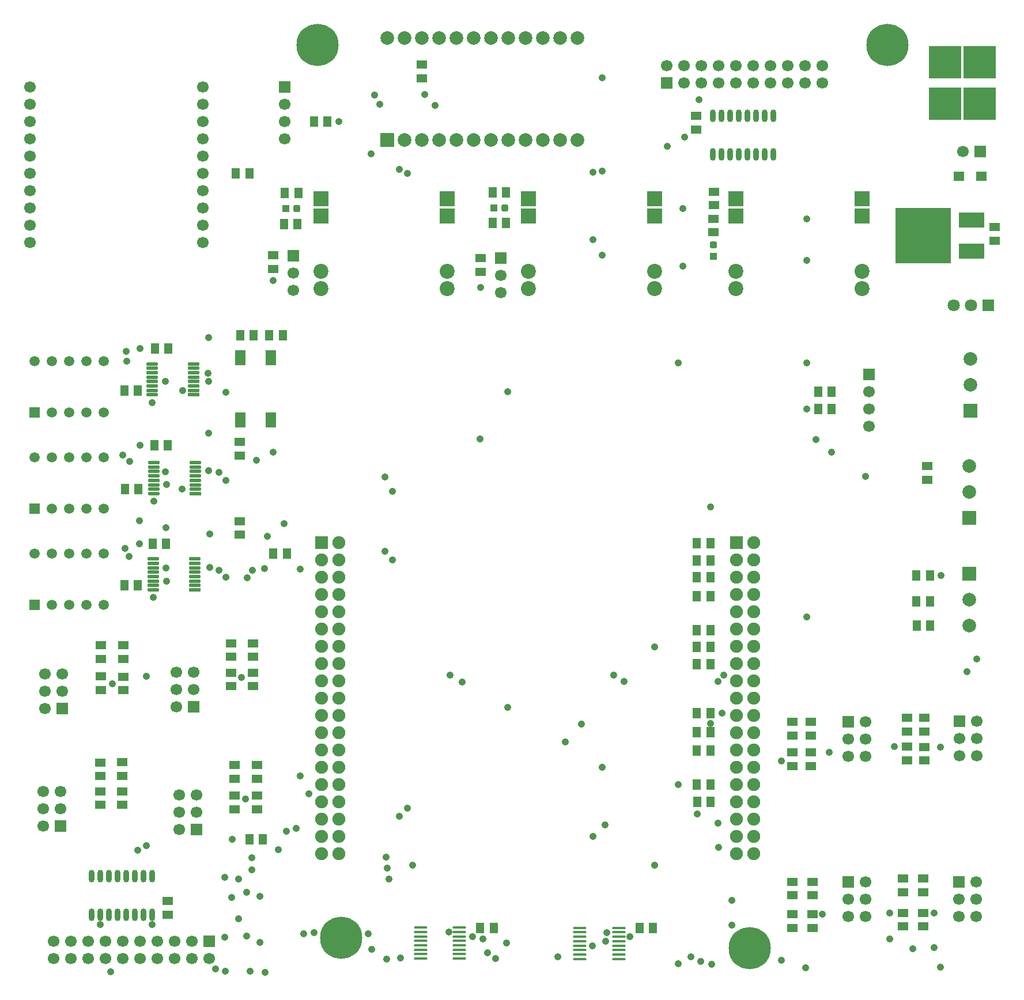
<source format=gts>
G04*
G04 #@! TF.GenerationSoftware,Altium Limited,Altium Designer,22.11.1 (43)*
G04*
G04 Layer_Color=8388736*
%FSLAX25Y25*%
%MOIN*%
G70*
G04*
G04 #@! TF.SameCoordinates,543C29E0-401B-4264-9DD2-DFAFA9D5F2C1*
G04*
G04*
G04 #@! TF.FilePolarity,Negative*
G04*
G01*
G75*
%ADD15O,0.03347X0.07284*%
%ADD16R,0.05906X0.04724*%
%ADD17R,0.04724X0.05906*%
G04:AMPARAMS|DCode=18|XSize=76.99mil|YSize=16.57mil|CornerRadius=8.28mil|HoleSize=0mil|Usage=FLASHONLY|Rotation=0.000|XOffset=0mil|YOffset=0mil|HoleType=Round|Shape=RoundedRectangle|*
%AMROUNDEDRECTD18*
21,1,0.07699,0.00000,0,0,0.0*
21,1,0.06042,0.01657,0,0,0.0*
1,1,0.01657,0.03021,0.00000*
1,1,0.01657,-0.03021,0.00000*
1,1,0.01657,-0.03021,0.00000*
1,1,0.01657,0.03021,0.00000*
%
%ADD18ROUNDEDRECTD18*%
%ADD19R,0.07699X0.01657*%
%ADD20R,0.07087X0.02165*%
%ADD21O,0.07087X0.02165*%
%ADD22R,0.06339X0.05591*%
%ADD23R,0.06299X0.09055*%
G04:AMPARAMS|DCode=24|XSize=39.37mil|YSize=43.31mil|CornerRadius=11.81mil|HoleSize=0mil|Usage=FLASHONLY|Rotation=180.000|XOffset=0mil|YOffset=0mil|HoleType=Round|Shape=RoundedRectangle|*
%AMROUNDEDRECTD24*
21,1,0.03937,0.01968,0,0,180.0*
21,1,0.01575,0.04331,0,0,180.0*
1,1,0.02362,-0.00787,0.00984*
1,1,0.02362,0.00787,0.00984*
1,1,0.02362,0.00787,-0.00984*
1,1,0.02362,-0.00787,-0.00984*
%
%ADD24ROUNDEDRECTD24*%
%ADD25R,0.03937X0.04331*%
G04:AMPARAMS|DCode=26|XSize=39.37mil|YSize=43.31mil|CornerRadius=11.81mil|HoleSize=0mil|Usage=FLASHONLY|Rotation=270.000|XOffset=0mil|YOffset=0mil|HoleType=Round|Shape=RoundedRectangle|*
%AMROUNDEDRECTD26*
21,1,0.03937,0.01968,0,0,270.0*
21,1,0.01575,0.04331,0,0,270.0*
1,1,0.02362,-0.00984,-0.00787*
1,1,0.02362,-0.00984,0.00787*
1,1,0.02362,0.00984,0.00787*
1,1,0.02362,0.00984,-0.00787*
%
%ADD26ROUNDEDRECTD26*%
%ADD27R,0.04331X0.03937*%
%ADD28R,0.32284X0.32284*%
%ADD29R,0.14567X0.08976*%
%ADD30R,0.08661X0.08661*%
%ADD31C,0.08661*%
%ADD32C,0.06693*%
%ADD33R,0.06693X0.06693*%
%ADD34R,0.06693X0.06693*%
%ADD35C,0.07874*%
%ADD36R,0.07874X0.07874*%
%ADD37R,0.06693X0.06693*%
%ADD38R,0.07480X0.07480*%
%ADD39C,0.07480*%
%ADD40R,0.06693X0.06693*%
%ADD41R,0.18504X0.18504*%
%ADD42C,0.07087*%
%ADD43R,0.07087X0.07087*%
%ADD44C,0.05906*%
%ADD45R,0.05906X0.05906*%
%ADD46C,0.24410*%
%ADD47C,0.04134*%
D15*
X91319Y65256D02*
D03*
X86319D02*
D03*
X81319D02*
D03*
X76319D02*
D03*
X71319D02*
D03*
X66319D02*
D03*
X61319D02*
D03*
X56319D02*
D03*
X91319Y43012D02*
D03*
X86319D02*
D03*
X81319D02*
D03*
X76319D02*
D03*
X71319D02*
D03*
X66319D02*
D03*
X61319D02*
D03*
X56319D02*
D03*
X450571Y505217D02*
D03*
X445571D02*
D03*
X440571D02*
D03*
X435571D02*
D03*
X430571D02*
D03*
X425571D02*
D03*
X420571D02*
D03*
X415571D02*
D03*
X450571Y482972D02*
D03*
X445571D02*
D03*
X440571D02*
D03*
X435571D02*
D03*
X430571D02*
D03*
X425571D02*
D03*
X420571D02*
D03*
X415571D02*
D03*
D16*
X281300Y414963D02*
D03*
Y422837D02*
D03*
X405905Y505118D02*
D03*
Y497244D02*
D03*
X539600Y302637D02*
D03*
Y294763D02*
D03*
X472441Y146653D02*
D03*
Y154528D02*
D03*
X461614Y146653D02*
D03*
Y154528D02*
D03*
Y136811D02*
D03*
Y128937D02*
D03*
X472441Y136811D02*
D03*
Y128937D02*
D03*
X525591Y55905D02*
D03*
Y63779D02*
D03*
X537402Y55905D02*
D03*
Y63779D02*
D03*
X525591Y44094D02*
D03*
Y36220D02*
D03*
X537402Y44094D02*
D03*
Y36220D02*
D03*
X142100Y270737D02*
D03*
Y262863D02*
D03*
Y308663D02*
D03*
Y316537D02*
D03*
X137008Y200000D02*
D03*
Y192126D02*
D03*
X149606Y200000D02*
D03*
Y192126D02*
D03*
X137000Y175163D02*
D03*
Y183037D02*
D03*
X149606Y175197D02*
D03*
Y183071D02*
D03*
X139173Y129528D02*
D03*
Y121653D02*
D03*
X151969Y129528D02*
D03*
Y121653D02*
D03*
X139173Y103937D02*
D03*
Y111811D02*
D03*
X152000Y103963D02*
D03*
Y111837D02*
D03*
X74803Y172835D02*
D03*
Y180709D02*
D03*
X61811Y173031D02*
D03*
Y180905D02*
D03*
X74114Y131299D02*
D03*
Y123425D02*
D03*
X61318Y106496D02*
D03*
Y114370D02*
D03*
X74100Y106463D02*
D03*
Y114337D02*
D03*
X247500Y534937D02*
D03*
Y527063D02*
D03*
X161400Y424437D02*
D03*
Y416563D02*
D03*
X100397Y50878D02*
D03*
Y43004D02*
D03*
X473425Y54134D02*
D03*
Y62008D02*
D03*
Y43307D02*
D03*
Y35433D02*
D03*
X461614Y43307D02*
D03*
Y35433D02*
D03*
Y54134D02*
D03*
Y62008D02*
D03*
X528195Y140157D02*
D03*
Y132283D02*
D03*
X538184Y140058D02*
D03*
Y132184D02*
D03*
X528195Y149016D02*
D03*
Y156890D02*
D03*
X538184Y148916D02*
D03*
Y156790D02*
D03*
X74803Y190945D02*
D03*
Y198819D02*
D03*
X416240Y461417D02*
D03*
Y453543D02*
D03*
X416142Y445768D02*
D03*
Y437894D02*
D03*
X578740Y440945D02*
D03*
Y433071D02*
D03*
X61811Y190945D02*
D03*
Y198819D02*
D03*
X61318Y123228D02*
D03*
Y131102D02*
D03*
D17*
X484437Y345700D02*
D03*
X476563D02*
D03*
X484437Y335600D02*
D03*
X476563D02*
D03*
X414370Y257874D02*
D03*
X406496D02*
D03*
X541339Y239173D02*
D03*
X533465D02*
D03*
X541339Y224409D02*
D03*
X533465D02*
D03*
X541437Y210400D02*
D03*
X533563D02*
D03*
X281102Y35433D02*
D03*
X288976D02*
D03*
X166937Y378300D02*
D03*
X159063D02*
D03*
X142263D02*
D03*
X150137D02*
D03*
X147637Y472000D02*
D03*
X139763D02*
D03*
X184963Y502000D02*
D03*
X192837D02*
D03*
X169237Y251800D02*
D03*
X161363D02*
D03*
X92563Y314600D02*
D03*
X100437D02*
D03*
X83437Y289200D02*
D03*
X75563D02*
D03*
X99537Y257500D02*
D03*
X91663D02*
D03*
X75263Y233500D02*
D03*
X83137D02*
D03*
X155437Y86600D02*
D03*
X147563D02*
D03*
X100837Y370600D02*
D03*
X92963D02*
D03*
X373228Y35433D02*
D03*
X381102D02*
D03*
X414537Y108300D02*
D03*
X406663D02*
D03*
X406496Y159449D02*
D03*
X414370D02*
D03*
Y187992D02*
D03*
X406496D02*
D03*
X414370Y197835D02*
D03*
X406496D02*
D03*
X414370Y207677D02*
D03*
X406496D02*
D03*
X414370Y137795D02*
D03*
X406496D02*
D03*
X414370Y148622D02*
D03*
X406496D02*
D03*
X414370Y227362D02*
D03*
X406496D02*
D03*
X83137Y346300D02*
D03*
X75263D02*
D03*
X414370Y248031D02*
D03*
X406496D02*
D03*
X414370Y238189D02*
D03*
X406496D02*
D03*
X175537Y442600D02*
D03*
X167663D02*
D03*
X168063Y460700D02*
D03*
X175937D02*
D03*
X296137Y443300D02*
D03*
X288263D02*
D03*
Y460800D02*
D03*
X296137D02*
D03*
X406496Y118110D02*
D03*
X414370D02*
D03*
D18*
X361320Y35335D02*
D03*
Y32776D02*
D03*
Y30217D02*
D03*
Y27657D02*
D03*
Y25098D02*
D03*
Y22539D02*
D03*
Y19980D02*
D03*
Y17421D02*
D03*
X338680D02*
D03*
Y19980D02*
D03*
Y22539D02*
D03*
Y25098D02*
D03*
Y27657D02*
D03*
Y30217D02*
D03*
Y32776D02*
D03*
X269194Y35531D02*
D03*
Y32972D02*
D03*
Y30413D02*
D03*
Y27854D02*
D03*
Y25295D02*
D03*
Y22736D02*
D03*
Y20177D02*
D03*
Y17618D02*
D03*
X246554D02*
D03*
Y20177D02*
D03*
Y22736D02*
D03*
Y25295D02*
D03*
Y27854D02*
D03*
Y30413D02*
D03*
Y32972D02*
D03*
D19*
X338680Y35335D02*
D03*
X246554Y35531D02*
D03*
D20*
X116108Y230943D02*
D03*
X116276Y286643D02*
D03*
X115308Y343843D02*
D03*
D21*
X116108Y233502D02*
D03*
Y236061D02*
D03*
Y238620D02*
D03*
Y241179D02*
D03*
Y243739D02*
D03*
Y246298D02*
D03*
Y248857D02*
D03*
X92092Y230943D02*
D03*
Y233502D02*
D03*
Y236061D02*
D03*
Y238620D02*
D03*
Y241179D02*
D03*
Y243739D02*
D03*
Y246298D02*
D03*
Y248857D02*
D03*
X116276Y289202D02*
D03*
Y291761D02*
D03*
Y294321D02*
D03*
Y296880D02*
D03*
Y299439D02*
D03*
Y301998D02*
D03*
Y304557D02*
D03*
X92261Y286643D02*
D03*
Y289202D02*
D03*
Y291761D02*
D03*
Y294321D02*
D03*
Y296880D02*
D03*
Y299439D02*
D03*
Y301998D02*
D03*
Y304557D02*
D03*
X115308Y346402D02*
D03*
Y348961D02*
D03*
Y351520D02*
D03*
Y354080D02*
D03*
Y356639D02*
D03*
Y359198D02*
D03*
Y361757D02*
D03*
X91292Y343843D02*
D03*
Y346402D02*
D03*
Y348961D02*
D03*
Y351520D02*
D03*
Y354080D02*
D03*
Y356639D02*
D03*
Y359198D02*
D03*
Y361757D02*
D03*
D22*
X570900Y470300D02*
D03*
X558026D02*
D03*
D23*
X142242Y329387D02*
D03*
Y365213D02*
D03*
X159958D02*
D03*
Y329387D02*
D03*
D24*
X175148Y451600D02*
D03*
X295448Y452000D02*
D03*
D25*
X168652Y451600D02*
D03*
X288952Y452000D02*
D03*
D26*
X416142Y430512D02*
D03*
D27*
Y424016D02*
D03*
D28*
X537402Y436024D02*
D03*
D29*
X565402Y427024D02*
D03*
Y445024D02*
D03*
D30*
X261894Y457387D02*
D03*
Y447387D02*
D03*
X188894D02*
D03*
Y457387D02*
D03*
X502051D02*
D03*
Y447387D02*
D03*
X429051D02*
D03*
Y457387D02*
D03*
X308972D02*
D03*
Y447387D02*
D03*
X381972D02*
D03*
Y457387D02*
D03*
D31*
X188894Y405387D02*
D03*
X261894D02*
D03*
X188894Y415387D02*
D03*
X261894D02*
D03*
X429051Y405387D02*
D03*
X502051D02*
D03*
X429051Y415387D02*
D03*
X502051D02*
D03*
X381972D02*
D03*
X308972D02*
D03*
X381972Y405387D02*
D03*
X308972D02*
D03*
D32*
X293000Y402800D02*
D03*
Y412800D02*
D03*
X458976Y534311D02*
D03*
Y524311D02*
D03*
X448976Y534311D02*
D03*
Y524311D02*
D03*
X438976Y534311D02*
D03*
Y524311D02*
D03*
X428976Y534311D02*
D03*
Y524311D02*
D03*
X418976Y534311D02*
D03*
Y524311D02*
D03*
X408976Y534311D02*
D03*
Y524311D02*
D03*
X398976Y534311D02*
D03*
Y524311D02*
D03*
X388976Y534311D02*
D03*
X468976Y524311D02*
D03*
Y534311D02*
D03*
X478976Y524311D02*
D03*
Y534311D02*
D03*
X120827Y521874D02*
D03*
Y511874D02*
D03*
Y501874D02*
D03*
Y491874D02*
D03*
Y481874D02*
D03*
Y471874D02*
D03*
Y461874D02*
D03*
Y451874D02*
D03*
Y441874D02*
D03*
Y431874D02*
D03*
X20827D02*
D03*
Y441874D02*
D03*
Y451874D02*
D03*
Y461874D02*
D03*
Y471874D02*
D03*
Y481874D02*
D03*
Y491874D02*
D03*
Y501874D02*
D03*
Y511874D02*
D03*
Y521874D02*
D03*
X105236Y163228D02*
D03*
X115236Y183228D02*
D03*
X105236D02*
D03*
Y173228D02*
D03*
X115236D02*
D03*
X29449Y162244D02*
D03*
X39449Y182244D02*
D03*
X29449D02*
D03*
Y172244D02*
D03*
X39449D02*
D03*
X107205Y92362D02*
D03*
X117205Y112362D02*
D03*
X107205D02*
D03*
Y102362D02*
D03*
X117205D02*
D03*
X28465Y94331D02*
D03*
X38465Y114331D02*
D03*
X28465D02*
D03*
Y104331D02*
D03*
X38465D02*
D03*
X34488Y17717D02*
D03*
Y27716D02*
D03*
X44488Y17717D02*
D03*
Y27716D02*
D03*
X124488Y17717D02*
D03*
X114488Y27716D02*
D03*
Y17717D02*
D03*
X104488Y27716D02*
D03*
Y17717D02*
D03*
X94488Y27716D02*
D03*
Y17717D02*
D03*
X84488Y27716D02*
D03*
Y17717D02*
D03*
X74488Y27716D02*
D03*
Y17717D02*
D03*
X64488Y27716D02*
D03*
Y17717D02*
D03*
X54488Y27716D02*
D03*
Y17717D02*
D03*
X560500Y484700D02*
D03*
X172900Y414400D02*
D03*
Y404400D02*
D03*
X568071Y61811D02*
D03*
X558071Y41811D02*
D03*
X568071D02*
D03*
Y51811D02*
D03*
X558071D02*
D03*
X504095Y62008D02*
D03*
X494095Y42008D02*
D03*
X504095D02*
D03*
Y52008D02*
D03*
X494095D02*
D03*
X568307Y155079D02*
D03*
X558307Y135079D02*
D03*
X568307D02*
D03*
Y145079D02*
D03*
X558307D02*
D03*
X504095Y154528D02*
D03*
X494095Y134528D02*
D03*
X504095D02*
D03*
Y144528D02*
D03*
X494095D02*
D03*
X505905Y325630D02*
D03*
Y335630D02*
D03*
Y345630D02*
D03*
X168110Y491968D02*
D03*
Y501968D02*
D03*
Y511969D02*
D03*
D33*
X293000Y422800D02*
D03*
X172900Y424400D02*
D03*
D34*
X388976Y524311D02*
D03*
X124488Y27716D02*
D03*
D35*
X564700Y364700D02*
D03*
Y349700D02*
D03*
X563976Y302547D02*
D03*
Y287547D02*
D03*
X337480Y550197D02*
D03*
X327480D02*
D03*
X317480D02*
D03*
X307480D02*
D03*
X297480D02*
D03*
X287480D02*
D03*
X277480D02*
D03*
X267480D02*
D03*
X257480D02*
D03*
X247480D02*
D03*
X237480D02*
D03*
X227480D02*
D03*
X337480Y491142D02*
D03*
X327480D02*
D03*
X317480D02*
D03*
X307480D02*
D03*
X297480D02*
D03*
X287480D02*
D03*
X277480D02*
D03*
X267480D02*
D03*
X257480D02*
D03*
X247480D02*
D03*
X237480D02*
D03*
X563976Y225394D02*
D03*
Y210394D02*
D03*
D36*
X564700Y334700D02*
D03*
X563976Y272547D02*
D03*
X227480Y491142D02*
D03*
X563976Y240394D02*
D03*
D37*
X115236Y163228D02*
D03*
X39449Y162244D02*
D03*
X117205Y92362D02*
D03*
X38465Y94331D02*
D03*
X558071Y61811D02*
D03*
X494095Y62008D02*
D03*
X558307Y155079D02*
D03*
X494095Y154528D02*
D03*
X505905Y355630D02*
D03*
X168110Y521969D02*
D03*
D38*
X429272Y258169D02*
D03*
X189272D02*
D03*
D39*
X439272D02*
D03*
X429272Y248169D02*
D03*
X439272D02*
D03*
X429272Y238169D02*
D03*
X439272D02*
D03*
X429272Y228169D02*
D03*
X439272D02*
D03*
X429272Y218169D02*
D03*
X439272D02*
D03*
X429272Y208169D02*
D03*
X439272D02*
D03*
X429272Y198169D02*
D03*
X439272D02*
D03*
X429272Y188169D02*
D03*
X439272D02*
D03*
X429272Y178169D02*
D03*
X439272D02*
D03*
X429272Y168169D02*
D03*
X439272D02*
D03*
X429272Y158169D02*
D03*
X439272D02*
D03*
X429272Y148169D02*
D03*
X439272D02*
D03*
X429272Y138169D02*
D03*
X439272D02*
D03*
X429272Y128169D02*
D03*
X439272D02*
D03*
X429272Y118169D02*
D03*
X439272D02*
D03*
X429272Y108169D02*
D03*
X439272D02*
D03*
X429272Y98169D02*
D03*
X439272D02*
D03*
X429272Y88169D02*
D03*
X439272D02*
D03*
X429272Y78169D02*
D03*
X439272D02*
D03*
X199272Y258169D02*
D03*
X189272Y248169D02*
D03*
X199272D02*
D03*
X189272Y238169D02*
D03*
X199272D02*
D03*
X189272Y228169D02*
D03*
X199272D02*
D03*
X189272Y218169D02*
D03*
X199272D02*
D03*
X189272Y208169D02*
D03*
X199272D02*
D03*
X189272Y198169D02*
D03*
X199272D02*
D03*
X189272Y188169D02*
D03*
X199272D02*
D03*
X189272Y178169D02*
D03*
X199272D02*
D03*
X189272Y168169D02*
D03*
X199272D02*
D03*
X189272Y158169D02*
D03*
X199272D02*
D03*
X189272Y148169D02*
D03*
X199272D02*
D03*
X189272Y138169D02*
D03*
X199272D02*
D03*
X189272Y128169D02*
D03*
X199272D02*
D03*
X189272Y118169D02*
D03*
X199272D02*
D03*
X189272Y108169D02*
D03*
X199272D02*
D03*
X189272Y98169D02*
D03*
X199272D02*
D03*
X189272Y88169D02*
D03*
X199272D02*
D03*
X189272Y78169D02*
D03*
X199272D02*
D03*
D40*
X570500Y484700D02*
D03*
D41*
X570138Y512311D02*
D03*
X550138D02*
D03*
X570138Y536311D02*
D03*
X550138D02*
D03*
D42*
X564961Y395669D02*
D03*
X554961Y395669D02*
D03*
D43*
X574961D02*
D03*
D44*
X33307Y222402D02*
D03*
X23307Y252008D02*
D03*
X63307D02*
D03*
X53307D02*
D03*
X43307D02*
D03*
X33307D02*
D03*
X63307Y222402D02*
D03*
X53307D02*
D03*
X43307D02*
D03*
X33307Y278012D02*
D03*
X23307Y307618D02*
D03*
X63307D02*
D03*
X53307D02*
D03*
X43307D02*
D03*
X33307D02*
D03*
X63307Y278012D02*
D03*
X53307D02*
D03*
X43307D02*
D03*
X33307Y333622D02*
D03*
X23307Y363228D02*
D03*
X63307D02*
D03*
X53307D02*
D03*
X43307D02*
D03*
X33307D02*
D03*
X63307Y333622D02*
D03*
X53307D02*
D03*
X43307D02*
D03*
D45*
X23307Y222402D02*
D03*
Y278012D02*
D03*
Y333622D02*
D03*
D46*
X200787Y29528D02*
D03*
X437008Y23622D02*
D03*
X187008Y546260D02*
D03*
X516732D02*
D03*
D47*
X146063Y55905D02*
D03*
X217900Y483200D02*
D03*
X199400Y501900D02*
D03*
X346500Y472700D02*
D03*
Y433500D02*
D03*
Y88200D02*
D03*
X351800Y527300D02*
D03*
X351700Y473300D02*
D03*
Y424600D02*
D03*
X223200Y511800D02*
D03*
X254900Y511400D02*
D03*
X219900Y517400D02*
D03*
X248900Y517500D02*
D03*
X226200Y296400D02*
D03*
Y253200D02*
D03*
X230500Y287900D02*
D03*
Y248200D02*
D03*
X351723Y128175D02*
D03*
X297100Y162900D02*
D03*
Y345600D02*
D03*
X470100Y215200D02*
D03*
X470000Y335500D02*
D03*
X547800Y239200D02*
D03*
X345900Y25000D02*
D03*
X353800Y27600D02*
D03*
X353400Y95000D02*
D03*
X518200Y44100D02*
D03*
X517900Y29000D02*
D03*
X547300Y12500D02*
D03*
X531300Y23400D02*
D03*
X469300Y12400D02*
D03*
X455500Y16700D02*
D03*
X426700Y51200D02*
D03*
X426600Y37000D02*
D03*
X520700Y140200D02*
D03*
X455500Y131800D02*
D03*
X415000Y14400D02*
D03*
X403200Y18500D02*
D03*
X408800Y15900D02*
D03*
X395669Y14610D02*
D03*
X406700Y101400D02*
D03*
X543700Y44000D02*
D03*
Y23900D02*
D03*
X547300Y139900D02*
D03*
X479200Y43300D02*
D03*
X483000Y136800D02*
D03*
X282700Y28800D02*
D03*
X296400Y26600D02*
D03*
X285300Y20800D02*
D03*
X290000Y17700D02*
D03*
X562800Y183700D02*
D03*
X568400Y190900D02*
D03*
X504000Y296500D02*
D03*
X339700Y153200D02*
D03*
X326200Y18500D02*
D03*
X330500Y143100D02*
D03*
X145500Y109900D02*
D03*
X185100Y32700D02*
D03*
X179200Y31982D02*
D03*
X141300Y63600D02*
D03*
X218300Y23000D02*
D03*
X235200Y17800D02*
D03*
X227200Y17400D02*
D03*
X216400Y31900D02*
D03*
X143200Y180300D02*
D03*
X226600Y76300D02*
D03*
X227300Y70100D02*
D03*
X148900Y76100D02*
D03*
X88150Y83050D02*
D03*
X149200Y68800D02*
D03*
X83100Y80200D02*
D03*
X276700Y30400D02*
D03*
X270800Y177500D02*
D03*
X262900Y33000D02*
D03*
X263700Y181700D02*
D03*
X354500Y32700D02*
D03*
X367700Y30300D02*
D03*
X364400Y177800D02*
D03*
X358300Y181700D02*
D03*
X422100D02*
D03*
X418700Y177900D02*
D03*
X68300Y176700D02*
D03*
X88200Y180800D02*
D03*
X167700Y269400D02*
D03*
X157900Y262000D02*
D03*
X414400Y278900D02*
D03*
Y153600D02*
D03*
X151800Y306000D02*
D03*
X182000Y113100D02*
D03*
X146400Y238100D02*
D03*
X164400Y80600D02*
D03*
X168900Y91200D02*
D03*
X149300Y242300D02*
D03*
X174600Y93000D02*
D03*
X156500Y243400D02*
D03*
X177200Y243100D02*
D03*
X176900Y123400D02*
D03*
X99400Y266864D02*
D03*
X84200Y270800D02*
D03*
X133900Y238400D02*
D03*
X130000Y242300D02*
D03*
X124700Y244100D02*
D03*
X133900Y294400D02*
D03*
X130000Y299100D02*
D03*
X134000Y345200D02*
D03*
X124100Y299800D02*
D03*
X124200Y351500D02*
D03*
X123800Y356400D02*
D03*
X108700Y289200D02*
D03*
X99800Y236100D02*
D03*
X92100Y226600D02*
D03*
X99400Y243600D02*
D03*
X84200Y257500D02*
D03*
X78200Y250300D02*
D03*
X75600Y254900D02*
D03*
X124700Y263300D02*
D03*
X109100Y346400D02*
D03*
X99600Y291800D02*
D03*
X99100Y299200D02*
D03*
X92327Y282273D02*
D03*
X84300Y314500D02*
D03*
X99100Y351700D02*
D03*
X78400Y305171D02*
D03*
X74400Y309000D02*
D03*
X124100Y321700D02*
D03*
X76700Y363400D02*
D03*
X76400Y368900D02*
D03*
X123900Y376900D02*
D03*
X84300Y370500D02*
D03*
X91300Y339200D02*
D03*
X484500Y310600D02*
D03*
X161500Y310700D02*
D03*
X161400Y410000D02*
D03*
X475400Y318100D02*
D03*
X281200Y318200D02*
D03*
X281300Y405900D02*
D03*
X398500Y418200D02*
D03*
X398400Y451500D02*
D03*
X389300Y487600D02*
D03*
X399400Y492800D02*
D03*
X407817Y514647D02*
D03*
X133300Y64700D02*
D03*
X133399Y29836D02*
D03*
X128100Y11573D02*
D03*
X382000Y198000D02*
D03*
X382200Y71700D02*
D03*
X242063D02*
D03*
X228500Y63500D02*
D03*
X141400Y40569D02*
D03*
X137600Y86600D02*
D03*
X137500Y52900D02*
D03*
X420900Y159500D02*
D03*
X418800Y96000D02*
D03*
X419000Y82000D02*
D03*
X148000Y10200D02*
D03*
X133800Y10400D02*
D03*
X146063Y30709D02*
D03*
X156693Y9449D02*
D03*
X91339Y37402D02*
D03*
X61417D02*
D03*
X67323Y9843D02*
D03*
X153543Y26772D02*
D03*
Y53543D02*
D03*
X234252Y100000D02*
D03*
Y474409D02*
D03*
X238890Y104750D02*
D03*
X238910Y472047D02*
D03*
X395669Y118110D02*
D03*
Y362205D02*
D03*
X470079D02*
D03*
Y421654D02*
D03*
Y445669D02*
D03*
M02*

</source>
